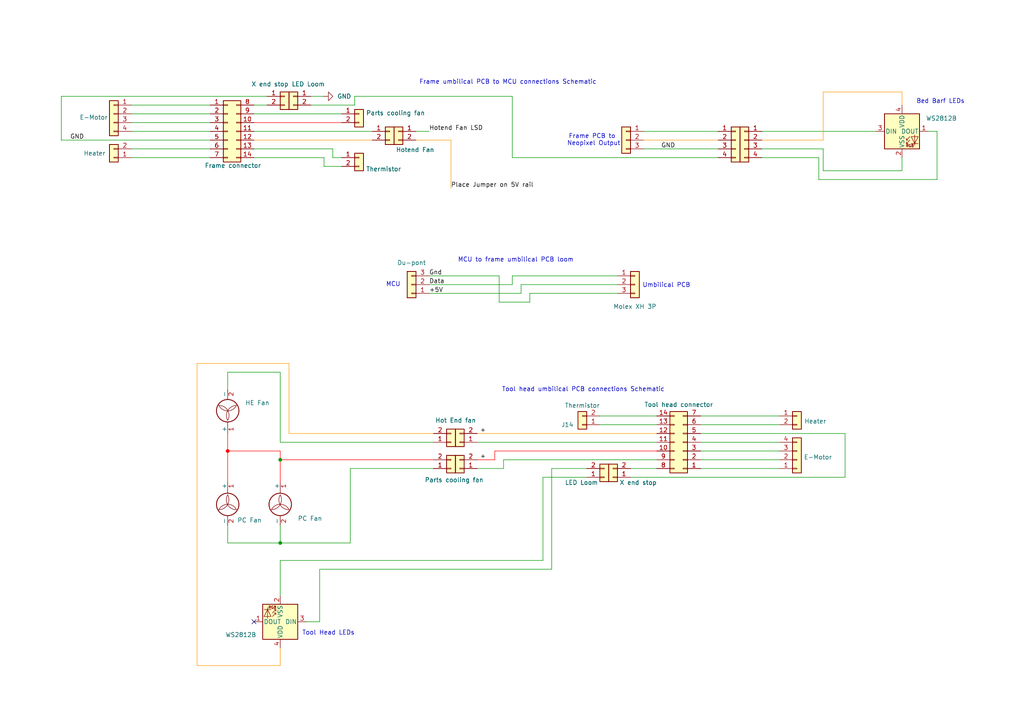
<source format=kicad_sch>
(kicad_sch (version 20250114) (generator "eeschema") (generator_version "9.0")
  (paper "A4")
  (title_block (title "V0.2 full LED install ") (date "2024-07-08") (rev "1V0") (company "LS-Labs") (comment 1 "Drawn: LOB") (comment 2 "Review: SP"))
  (lib_symbols
    (symbol "Connector_Generic:Conn_01x02" (pin_names (offset 1.016) (hide yes))
      (property "Reference" "J" (at 0 2.54 0))
      (property "Value" "Conn_01x02" (at 0 -5.08 0))
      (symbol "Conn_01x02_1_1"
        (rectangle (start -1.27 1.27) (end 1.27 -3.81) (stroke (width 0.254)) (fill (type background)))
        (rectangle (start -1.27 0.127) (end 0 -0.127) (stroke (width 0.1524)))
        (rectangle (start -1.27 -2.413) (end 0 -2.667) (stroke (width 0.1524)))
        (pin passive line (at -5.08 0 0) (length 3.81) (name "Pin_1") (number "1"))
        (pin passive line (at -5.08 -2.54 0) (length 3.81) (name "Pin_2") (number "2"))
      )
    )
    (symbol "Connector_Generic:Conn_01x03" (pin_names (offset 1.016) (hide yes))
      (property "Reference" "J" (at 0 5.08 0))
      (property "Value" "Conn_01x03" (at 0 -5.08 0))
      (symbol "Conn_01x03_1_1"
        (rectangle (start -1.27 3.81) (end 1.27 -3.81) (stroke (width 0.254)) (fill (type background)))
        (rectangle (start -1.27 2.667) (end 0 2.413) (stroke (width 0.1524)))
        (rectangle (start -1.27 0.127) (end 0 -0.127) (stroke (width 0.1524)))
        (rectangle (start -1.27 -2.413) (end 0 -2.667) (stroke (width 0.1524)))
        (pin passive line (at -5.08 2.54 0) (length 3.81) (name "Pin_1") (number "1"))
        (pin passive line (at -5.08 0 0) (length 3.81) (name "Pin_2") (number "2"))
        (pin passive line (at -5.08 -2.54 0) (length 3.81) (name "Pin_3") (number "3"))
      )
    )
    (symbol "Connector_Generic:Conn_01x04" (pin_names (offset 1.016) (hide yes))
      (property "Reference" "J" (at 0 5.08 0))
      (property "Value" "Conn_01x04" (at 0 -7.62 0))
      (symbol "Conn_01x04_1_1"
        (rectangle (start -1.27 3.81) (end 1.27 -6.35) (stroke (width 0.254)) (fill (type background)))
        (rectangle (start -1.27 2.667) (end 0 2.413) (stroke (width 0.1524)))
        (rectangle (start -1.27 0.127) (end 0 -0.127) (stroke (width 0.1524)))
        (rectangle (start -1.27 -2.413) (end 0 -2.667) (stroke (width 0.1524)))
        (rectangle (start -1.27 -4.953) (end 0 -5.207) (stroke (width 0.1524)))
        (pin passive line (at -5.08 2.54 0) (length 3.81) (name "Pin_1") (number "1"))
        (pin passive line (at -5.08 0 0) (length 3.81) (name "Pin_2") (number "2"))
        (pin passive line (at -5.08 -2.54 0) (length 3.81) (name "Pin_3") (number "3"))
        (pin passive line (at -5.08 -5.08 0) (length 3.81) (name "Pin_4") (number "4"))
      )
    )
    (symbol "Connector_Generic:Conn_02x07_Top_Bottom" (pin_names (offset 1.016) (hide yes))
      (property "Reference" "J" (at 1.27 10.16 0))
      (property "Value" "Conn_02x07_Top_Bottom" (at 1.27 -10.16 0))
      (symbol "Conn_02x07_Top_Bottom_1_1"
        (rectangle (start -1.27 8.89) (end 3.81 -8.89) (stroke (width 0.254)) (fill (type background)))
        (rectangle (start -1.27 7.747) (end 0 7.493) (stroke (width 0.1524)))
        (rectangle (start -1.27 5.207) (end 0 4.953) (stroke (width 0.1524)))
        (rectangle (start -1.27 2.667) (end 0 2.413) (stroke (width 0.1524)))
        (rectangle (start -1.27 0.127) (end 0 -0.127) (stroke (width 0.1524)))
        (rectangle (start -1.27 -2.413) (end 0 -2.667) (stroke (width 0.1524)))
        (rectangle (start -1.27 -4.953) (end 0 -5.207) (stroke (width 0.1524)))
        (rectangle (start -1.27 -7.493) (end 0 -7.747) (stroke (width 0.1524)))
        (rectangle (start 3.81 7.747) (end 2.54 7.493) (stroke (width 0.1524)))
        (rectangle (start 3.81 5.207) (end 2.54 4.953) (stroke (width 0.1524)))
        (rectangle (start 3.81 2.667) (end 2.54 2.413) (stroke (width 0.1524)))
        (rectangle (start 3.81 0.127) (end 2.54 -0.127) (stroke (width 0.1524)))
        (rectangle (start 3.81 -2.413) (end 2.54 -2.667) (stroke (width 0.1524)))
        (rectangle (start 3.81 -4.953) (end 2.54 -5.207) (stroke (width 0.1524)))
        (rectangle (start 3.81 -7.493) (end 2.54 -7.747) (stroke (width 0.1524)))
        (pin passive line (at -5.08 7.62 0) (length 3.81) (name "Pin_1") (number "1"))
        (pin passive line (at -5.08 5.08 0) (length 3.81) (name "Pin_2") (number "2"))
        (pin passive line (at -5.08 2.54 0) (length 3.81) (name "Pin_3") (number "3"))
        (pin passive line (at -5.08 0 0) (length 3.81) (name "Pin_4") (number "4"))
        (pin passive line (at -5.08 -2.54 0) (length 3.81) (name "Pin_5") (number "5"))
        (pin passive line (at -5.08 -5.08 0) (length 3.81) (name "Pin_6") (number "6"))
        (pin passive line (at -5.08 -7.62 0) (length 3.81) (name "Pin_7") (number "7"))
        (pin passive line (at 7.62 7.62 180) (length 3.81) (name "Pin_8") (number "8"))
        (pin passive line (at 7.62 5.08 180) (length 3.81) (name "Pin_9") (number "9"))
        (pin passive line (at 7.62 2.54 180) (length 3.81) (name "Pin_10") (number "10"))
        (pin passive line (at 7.62 0 180) (length 3.81) (name "Pin_11") (number "11"))
        (pin passive line (at 7.62 -2.54 180) (length 3.81) (name "Pin_12") (number "12"))
        (pin passive line (at 7.62 -5.08 180) (length 3.81) (name "Pin_13") (number "13"))
        (pin passive line (at 7.62 -7.62 180) (length 3.81) (name "Pin_14") (number "14"))
      )
    )
    (symbol "LED:WS2812B-2020" (pin_names (offset 0.254))
      (property "Reference" "D" (at 5.08 5.715 0))
      (property "Value" "WS2812B-2020" (at 1.27 -5.715 0))
      (symbol "WS2812B-2020_0_0"
        (text "RGB" (at 2.286 -4.191 0) (effects (font (size 0.762 0.762))))
      )
      (symbol "WS2812B-2020_0_1"
        (polyline (pts (xy 1.27 -2.54) (xy 1.778 -2.54)))
        (polyline (pts (xy 1.27 -3.556) (xy 1.778 -3.556)))
        (polyline (pts (xy 2.286 -1.524) (xy 1.27 -2.54) (xy 1.27 -2.032)))
        (polyline (pts (xy 2.286 -2.54) (xy 1.27 -3.556) (xy 1.27 -3.048)))
        (polyline (pts (xy 3.683 -1.016) (xy 3.683 -3.556) (xy 3.683 -4.064)))
        (polyline (pts (xy 4.699 -1.524) (xy 2.667 -1.524) (xy 3.683 -3.556) (xy 4.699 -1.524)))
        (polyline (pts (xy 4.699 -3.556) (xy 2.667 -3.556)))
        (rectangle (start 5.08 5.08) (end -5.08 -5.08) (stroke (width 0.254)) (fill (type background)))
      )
      (symbol "WS2812B-2020_1_1"
        (pin input line (at -7.62 0 0) (length 2.54) (name "DIN") (number "3"))
        (pin power_in line (at 0 7.62 270) (length 2.54) (name "VDD") (number "4"))
        (pin power_in line (at 0 -7.62 90) (length 2.54) (name "VSS") (number "2"))
        (pin output line (at 7.62 0 180) (length 2.54) (name "DOUT") (number "1"))
      )
    )
    (symbol "Motor:Fan" (pin_names (offset 0))
      (property "Reference" "M" (at 2.54 5.08 0))
      (property "Value" "Fan" (at 2.54 -2.54 0))
      (symbol "Fan_0_1"
        (arc (start 0 3.81) (mid -0.0015 0.9048) (end -2.54 -0.508))
        (polyline (pts (xy 0 4.572) (xy 0 5.08)))
        (polyline (pts (xy 0 4.2672) (xy 0 4.6228)))
        (circle (center 0 1.016) (radius 3.2512) (stroke (width 0.254)))
        (arc (start -2.54 -0.508) (mid 0 1.0618) (end 2.54 -0.508))
        (polyline (pts (xy 0 -2.2352) (xy 0 -2.6416)))
        (polyline (pts (xy 0 -5.08) (xy 0 -4.572)))
        (arc (start 2.54 -0.508) (mid 0.047 0.9315) (end 0 3.81))
      )
      (symbol "Fan_1_1"
        (pin passive line (at 0 7.62 270) (length 2.54) (name "+") (number "1"))
        (pin passive line (at 0 -5.08 90) (length 2.54) (name "-") (number "2"))
      )
    )
    (symbol "power:GND" (power) (pin_numbers (hide yes)) (pin_names (offset 0) (hide yes))
      (property "Value" "GND" (at 0 -3.81 0))
      (symbol "GND_0_1"
        (polyline (pts (xy 0 0) (xy 0 -1.27) (xy 1.27 -1.27) (xy 0 -2.54) (xy -1.27 -1.27) (xy 0 -1.27)))
      )
      (symbol "GND_1_1"
        (pin power_in line (at 0 0 270) (length 0) (name "~") (number "1"))
      )
    )
  )
  (text "MCU to frame umbilical PCB loom" (at 149.606 75.438 0) (effects (font (size 1.27 1.27))))
  (text "MCU" (at 114.046 82.55 0) (effects (font (size 1.27 1.27))))
  (text "Tool head umbilical PCB connections Schematic" (at 169.164 113.03 0) (effects (font (size 1.27 1.27))))
  (text "Umbilical PCB" (at 193.294 82.804 0) (effects (font (size 1.27 1.27))))
  (text "Frame PCB to \nNeopixel Output" (at 172.212 40.64 0) (effects (font (size 1.27 1.27))))
  (text "Frame umbilical PCB to MCU connections Schematic" (at 147.32 23.876 0) (effects (font (size 1.27 1.27))))
  (text "Tool Head LEDs" (at 95.25 183.642 0) (effects (font (size 1.27 1.27))))
  (text "Bed Barf LEDs" (at 272.796 29.464 0) (effects (font (size 1.27 1.27))))
  (junction (at 66.04 130.81) (color 255 0 0 1))
  (junction (at 81.28 133.35))
  (junction (at 81.28 157.48))
  (no_connect (at 73.66 180.34))
  (wire (pts (xy 38.1 35.56) (xy 60.96 35.56)))
  (wire (pts (xy 220.98 45.72) (xy 237.49 45.72)))
  (wire (pts (xy 81.28 133.35) (xy 81.28 139.7)) (stroke (width 0) (color 255 0 0 1)))
  (wire (pts (xy 190.5 128.27) (xy 138.43 128.27)))
  (wire (pts (xy 96.52 45.72) (xy 96.52 43.18)))
  (wire (pts (xy 125.73 135.89) (xy 101.6 135.89)))
  (wire (pts (xy 81.28 193.04) (xy 81.28 187.96)) (stroke (width 0) (color 255 153 0 1)))
  (wire (pts (xy 226.06 128.27) (xy 203.2 128.27)))
  (wire (pts (xy 38.1 30.48) (xy 60.96 30.48)))
  (wire (pts (xy 57.15 105.41) (xy 57.15 193.04)) (stroke (width 0) (color 255 153 0 1)))
  (wire (pts (xy 66.04 130.81) (xy 66.04 125.73)) (stroke (width 0) (color 255 0 0 1)))
  (wire (pts (xy 81.28 130.81) (xy 81.28 133.35)) (stroke (width 0) (color 255 0 0 1)))
  (wire (pts (xy 226.06 130.81) (xy 203.2 130.81)))
  (wire (pts (xy 220.98 43.18) (xy 238.76 43.18)))
  (wire (pts (xy 83.82 125.73) (xy 83.82 105.41)) (stroke (width 0) (color 255 153 0 1)))
  (wire (pts (xy 125.73 133.35) (xy 81.28 133.35)) (stroke (width 0) (color 255 0 0 1)))
  (wire (pts (xy 102.87 30.48) (xy 102.87 27.94)))
  (wire (pts (xy 17.78 40.64) (xy 17.78 27.94)))
  (wire (pts (xy 90.17 27.94) (xy 93.98 27.94)))
  (wire (pts (xy 186.69 43.18) (xy 208.28 43.18)))
  (wire (pts (xy 160.02 165.1) (xy 160.02 135.89)))
  (wire (pts (xy 245.11 138.43) (xy 245.11 125.73)))
  (wire (pts (xy 148.59 27.94) (xy 148.59 45.72)))
  (wire (pts (xy 66.04 139.7) (xy 66.04 130.81)) (stroke (width 0) (color 255 0 0 1)))
  (wire (pts (xy 73.66 35.56) (xy 99.06 35.56)) (stroke (width 0) (color 255 0 0 1)))
  (wire (pts (xy 220.98 40.64) (xy 238.76 40.64)) (stroke (width 0) (color 255 153 0 1)))
  (wire (pts (xy 66.04 107.95) (xy 81.28 107.95)))
  (wire (pts (xy 245.11 125.73) (xy 203.2 125.73)))
  (wire (pts (xy 238.76 40.64) (xy 238.76 26.67)) (stroke (width 0) (color 255 153 0 1)))
  (wire (pts (xy 124.46 82.55) (xy 148.59 82.55)))
  (wire (pts (xy 90.17 30.48) (xy 102.87 30.48)))
  (wire (pts (xy 160.02 135.89) (xy 170.18 135.89)))
  (wire (pts (xy 170.18 138.43) (xy 157.48 138.43)))
  (wire (pts (xy 38.1 33.02) (xy 60.96 33.02)))
  (wire (pts (xy 237.49 52.07) (xy 271.78 52.07)))
  (wire (pts (xy 143.51 133.35) (xy 143.51 130.81)) (stroke (width 0) (color 255 0 0 1)))
  (wire (pts (xy 73.66 30.48) (xy 77.47 30.48)))
  (wire (pts (xy 186.69 38.1) (xy 208.28 38.1)))
  (wire (pts (xy 146.05 135.89) (xy 138.43 135.89)))
  (wire (pts (xy 271.78 38.1) (xy 269.24 38.1)))
  (wire (pts (xy 190.5 135.89) (xy 182.88 135.89)))
  (wire (pts (xy 226.06 120.65) (xy 203.2 120.65)))
  (wire (pts (xy 190.5 120.65) (xy 173.99 120.65)))
  (wire (pts (xy 73.66 40.64) (xy 107.95 40.64)) (stroke (width 0) (color 255 153 0 1)))
  (wire (pts (xy 38.1 38.1) (xy 60.96 38.1)))
  (wire (pts (xy 124.46 80.01) (xy 144.78 80.01)))
  (wire (pts (xy 226.06 123.19) (xy 203.2 123.19)))
  (wire (pts (xy 57.15 193.04) (xy 81.28 193.04)) (stroke (width 0) (color 255 153 0 1)))
  (wire (pts (xy 73.66 38.1) (xy 107.95 38.1)))
  (wire (pts (xy 101.6 157.48) (xy 81.28 157.48)))
  (wire (pts (xy 182.88 138.43) (xy 245.11 138.43)))
  (wire (pts (xy 144.78 87.63) (xy 153.67 87.63)))
  (wire (pts (xy 81.28 172.72) (xy 81.28 162.56)))
  (wire (pts (xy 238.76 26.67) (xy 261.62 26.67)) (stroke (width 0) (color 255 153 0 1)))
  (wire (pts (xy 93.98 45.72) (xy 73.66 45.72)))
  (wire (pts (xy 226.06 135.89) (xy 203.2 135.89)))
  (wire (pts (xy 238.76 43.18) (xy 238.76 49.53)))
  (wire (pts (xy 130.81 40.64) (xy 130.81 54.61)) (stroke (width 0) (color 255 153 0 1)))
  (wire (pts (xy 146.05 133.35) (xy 190.5 133.35)))
  (wire (pts (xy 153.67 85.09) (xy 179.07 85.09)))
  (wire (pts (xy 81.28 107.95) (xy 81.28 128.27)))
  (wire (pts (xy 92.71 180.34) (xy 88.9 180.34)))
  (wire (pts (xy 186.69 40.64) (xy 208.28 40.64)) (stroke (width 0) (color 255 153 0 1)))
  (wire (pts (xy 151.13 82.55) (xy 151.13 85.09)))
  (wire (pts (xy 153.67 85.09) (xy 153.67 87.63)))
  (wire (pts (xy 157.48 138.43) (xy 157.48 162.56)))
  (wire (pts (xy 38.1 45.72) (xy 60.96 45.72)))
  (wire (pts (xy 144.78 80.01) (xy 144.78 87.63)))
  (wire (pts (xy 81.28 162.56) (xy 157.48 162.56)))
  (wire (pts (xy 60.96 40.64) (xy 17.78 40.64)))
  (wire (pts (xy 96.52 43.18) (xy 73.66 43.18)))
  (wire (pts (xy 146.05 135.89) (xy 146.05 133.35)))
  (wire (pts (xy 148.59 80.01) (xy 179.07 80.01)))
  (wire (pts (xy 81.28 157.48) (xy 81.28 152.4)))
  (wire (pts (xy 261.62 49.53) (xy 261.62 45.72)))
  (wire (pts (xy 160.02 165.1) (xy 92.71 165.1)))
  (wire (pts (xy 261.62 26.67) (xy 261.62 30.48)) (stroke (width 0) (color 255 153 0 1)))
  (wire (pts (xy 66.04 130.81) (xy 81.28 130.81)) (stroke (width 0) (color 255 0 0 1)))
  (wire (pts (xy 66.04 113.03) (xy 66.04 107.95)))
  (wire (pts (xy 125.73 125.73) (xy 83.82 125.73)) (stroke (width 0) (color 255 153 0 1)))
  (wire (pts (xy 73.66 33.02) (xy 99.06 33.02)))
  (wire (pts (xy 81.28 128.27) (xy 125.73 128.27)))
  (wire (pts (xy 190.5 123.19) (xy 173.99 123.19)))
  (wire (pts (xy 93.98 48.26) (xy 99.06 48.26)))
  (wire (pts (xy 101.6 135.89) (xy 101.6 157.48)))
  (wire (pts (xy 226.06 133.35) (xy 203.2 133.35)))
  (wire (pts (xy 148.59 45.72) (xy 208.28 45.72)))
  (wire (pts (xy 237.49 45.72) (xy 237.49 52.07)))
  (wire (pts (xy 81.28 157.48) (xy 66.04 157.48)))
  (wire (pts (xy 190.5 125.73) (xy 138.43 125.73)) (stroke (width 0) (color 255 153 0 1)))
  (wire (pts (xy 17.78 27.94) (xy 77.47 27.94)))
  (wire (pts (xy 102.87 27.94) (xy 148.59 27.94)))
  (wire (pts (xy 83.82 105.41) (xy 57.15 105.41)) (stroke (width 0) (color 255 153 0 1)))
  (wire (pts (xy 151.13 82.55) (xy 179.07 82.55)))
  (wire (pts (xy 124.46 85.09) (xy 151.13 85.09)))
  (wire (pts (xy 92.71 165.1) (xy 92.71 180.34)))
  (wire (pts (xy 143.51 130.81) (xy 190.5 130.81)) (stroke (width 0) (color 255 0 0 1)))
  (wire (pts (xy 143.51 133.35) (xy 138.43 133.35)) (stroke (width 0) (color 255 0 0 1)))
  (wire (pts (xy 38.1 43.18) (xy 60.96 43.18)))
  (wire (pts (xy 220.98 38.1) (xy 254 38.1)))
  (wire (pts (xy 148.59 80.01) (xy 148.59 82.55)))
  (wire (pts (xy 120.65 38.1) (xy 124.46 38.1)))
  (wire (pts (xy 238.76 49.53) (xy 261.62 49.53)))
  (wire (pts (xy 96.52 45.72) (xy 99.06 45.72)))
  (wire (pts (xy 271.78 52.07) (xy 271.78 38.1)))
  (wire (pts (xy 66.04 157.48) (xy 66.04 152.4)))
  (wire (pts (xy 120.65 40.64) (xy 130.81 40.64)) (stroke (width 0) (color 255 153 0 1)))
  (wire (pts (xy 93.98 48.26) (xy 93.98 45.72)))
  (label "GND" (at 20.32 40.64 0))
  (label "Data" (at 124.46 82.55 0))
  (label "+" (at 140.97 125.73 180))
  (label "Hotend Fan LSD " (at 124.46 38.1 0))
  (label "+" (at 140.97 133.35 180))
  (label "GND" (at 191.77 43.18 0))
  (label "+5V" (at 124.46 85.09 0))
  (label "Place Jumper on 5V rail" (at 130.81 54.61 0))
  (label "Gnd" (at 124.46 80.01 0))
  (symbol (lib_id "Connector_Generic:Conn_02x07_Top_Bottom") (at 66.04 38.1 0) (unit 1)
    (property "Reference" "J1" (effects (hide yes)))
    (property "Value" "Frame connector" (at 67.564 48.006 0))
    (property "Description" "Generic connector, double row, 02x07, top/bottom pin numbering scheme (row 1: 1...pins_per_row, row2: pins_per_row+1 ... num_pins), script generated (kicad-library-utils/schlib/autogen/connector/)" (effects (hide yes)))
  )
  (symbol (lib_id "Connector_Generic:Conn_01x04") (at 231.14 133.35 0) (mirror x) (unit 1)
    (property "Reference" "J8" (effects (hide yes)))
    (property "Value" "E-Motor" (at 237.236 132.588 0))
    (property "Description" "Generic connector, single row, 01x04, script generated (kicad-library-utils/schlib/autogen/connector/)" (effects (hide yes)))
  )
  (symbol (lib_id "Connector_Generic:Conn_02x07_Top_Bottom") (at 198.12 128.27 180) (unit 1)
    (property "Reference" "J10" (effects (hide yes)))
    (property "Value" "Tool head connector" (at 196.85 117.348 0))
    (property "Description" "Generic connector, double row, 02x07, top/bottom pin numbering scheme (row 1: 1...pins_per_row, row2: pins_per_row+1 ... num_pins), script generated (kicad-library-utils/schlib/autogen/connector/)" (effects (hide yes)))
  )
  (symbol (lib_id "Connector_Generic:Conn_01x02") (at 168.91 123.19 180) (unit 1)
    (property "Reference" "J14" (at 166.37 123.1901 0) (effects (justify left)))
    (property "Value" "Thermistor" (at 173.99 117.602 0) (effects (justify left)))
    (property "Description" "Generic connector, single row, 01x02, script generated (kicad-library-utils/schlib/autogen/connector/)" (effects (hide yes)))
  )
  (symbol (lib_id "Connector_Generic:Conn_01x03") (at 184.15 82.55 0) (unit 1)
    (property "Reference" "J24" (effects (hide yes)))
    (property "Value" "Molex XH 3P" (at 184.15 88.9 0))
    (property "Description" "Generic connector, single row, 01x03, script generated (kicad-library-utils/schlib/autogen/connector/)" (effects (hide yes)))
  )
  (symbol (lib_id "power:GND") (at 93.98 27.94 90) (unit 1)
    (property "Reference" "#PWR03" (effects (hide yes)))
    (property "Value" "GND" (at 97.79 27.9399 90) (effects (justify right)))
    (property "Description" "Power symbol creates a global label with name \"GND\" , ground" (effects (hide yes)))
  )
  (symbol (lib_id "Connector_Generic:Conn_01x02") (at 130.81 128.27 0) (mirror x) (unit 1)
    (property "Reference" "J16" (effects (hide yes)))
    (property "Value" "Hot End fan" (at 126.238 121.92 0) (effects (justify left)))
    (property "Description" "Generic connector, single row, 01x02, script generated (kicad-library-utils/schlib/autogen/connector/)" (effects (hide yes)))
  )
  (symbol (lib_id "Connector_Generic:Conn_01x02") (at 82.55 27.94 0) (unit 1)
    (property "Reference" "J2" (effects (hide yes)))
    (property "Value" "X end stop" (at 72.898 24.384 0) (effects (justify left)))
    (property "Description" "Generic connector, single row, 01x02, script generated (kicad-library-utils/schlib/autogen/connector/)" (effects (hide yes)))
  )
  (symbol (lib_id "Motor:Fan") (at 66.04 118.11 0) (mirror x) (unit 1)
    (property "Reference" "M3" (effects (hide yes)))
    (property "Value" "HE Fan" (at 71.12 116.8401 0) (effects (justify left)))
    (property "Description" "Fan" (effects (hide yes)))
  )
  (symbol (lib_id "Connector_Generic:Conn_01x02") (at 175.26 138.43 0) (mirror x) (unit 1)
    (property "Reference" "J17" (effects (hide yes)))
    (property "Value" "LED Loom" (at 163.83 139.954 0) (effects (justify left)))
    (property "Description" "Generic connector, single row, 01x02, script generated (kicad-library-utils/schlib/autogen/connector/)" (effects (hide yes)))
  )
  (symbol (lib_id "Connector_Generic:Conn_01x03") (at 181.61 40.64 0) (mirror y) (unit 1)
    (property "Reference" "J20" (effects (hide yes)))
    (property "Value" "Conn_01x03" (effects (hide yes)))
    (property "Description" "Generic connector, single row, 01x03, script generated (kicad-library-utils/schlib/autogen/connector/)" (effects (hide yes)))
  )
  (symbol (lib_id "Connector_Generic:Conn_01x04") (at 33.02 33.02 0) (mirror y) (unit 1)
    (property "Reference" "J7" (effects (hide yes)))
    (property "Value" "E-Motor" (at 27.178 34.036 0))
    (property "Description" "Generic connector, single row, 01x04, script generated (kicad-library-utils/schlib/autogen/connector/)" (effects (hide yes)))
  )
  (symbol (lib_id "LED:WS2812B-2020") (at 81.28 180.34 180) (unit 1)
    (property "Reference" "D1" (effects (hide yes)))
    (property "Value" "WS2812B" (at 69.85 184.1186 0))
    (property "Footprint" "LED_SMD:LED_WS2812B-2020_PLCC4_2.0x2.0mm" (effects (hide yes)))
    (property "Datasheet" "https://cdn-shop.adafruit.com/product-files/4684/4684_WS2812B-2020_V1.3_EN.pdf" (effects (hide yes)))
    (property "Description" "RGB LED with integrated controller, 2.0 x 2.0 mm, 12 mA" (effects (hide yes)))
  )
  (symbol (lib_id "Connector_Generic:Conn_01x02") (at 231.14 120.65 0) (unit 1)
    (property "Reference" "J9" (effects (hide yes)))
    (property "Value" "Heater" (at 236.474 122.174 0))
    (property "Description" "Generic connector, single row, 01x02, script generated (kicad-library-utils/schlib/autogen/connector/)" (effects (hide yes)))
  )
  (symbol (lib_id "Connector_Generic:Conn_01x02") (at 33.02 45.72 180) (unit 1)
    (property "Reference" "J6" (effects (hide yes)))
    (property "Value" "Heater" (at 27.432 44.45 0))
    (property "Description" "Generic connector, single row, 01x02, script generated (kicad-library-utils/schlib/autogen/connector/)" (effects (hide yes)))
  )
  (symbol (lib_id "Connector_Generic:Conn_01x02") (at 104.14 45.72 0) (unit 1)
    (property "Reference" "J5" (effects (hide yes)))
    (property "Value" "Thermistor" (at 106.172 49.022 0) (effects (justify left)))
    (property "Description" "Generic connector, single row, 01x02, script generated (kicad-library-utils/schlib/autogen/connector/)" (effects (hide yes)))
  )
  (symbol (lib_id "Connector_Generic:Conn_01x02") (at 115.57 38.1 0) (mirror y) (unit 1)
    (property "Reference" "J22" (effects (hide yes)))
    (property "Value" "Hotend Fan" (at 125.984 43.434 0) (effects (justify left)))
    (property "Description" "Generic connector, single row, 01x02, script generated (kicad-library-utils/schlib/autogen/connector/)" (effects (hide yes)))
  )
  (symbol (lib_id "Connector_Generic:Conn_01x02") (at 133.35 135.89 180) (unit 1)
    (property "Reference" "J12" (effects (hide yes)))
    (property "Value" "Parts cooling fan" (effects (hide yes)))
    (property "Description" "Generic connector, single row, 01x02, script generated (kicad-library-utils/schlib/autogen/connector/)" (effects (hide yes)))
  )
  (symbol (lib_id "Connector_Generic:Conn_01x03") (at 119.38 82.55 180) (unit 1)
    (property "Reference" "J23" (effects (hide yes)))
    (property "Value" "Du-pont" (at 119.38 76.2 0))
    (property "Description" "Generic connector, single row, 01x03, script generated (kicad-library-utils/schlib/autogen/connector/)" (effects (hide yes)))
  )
  (symbol (lib_id "Connector_Generic:Conn_01x04") (at 213.36 40.64 0) (unit 1)
    (property "Reference" "J19" (effects (hide yes)))
    (property "Value" "Motor" (effects (hide yes)))
    (property "Description" "Generic connector, single row, 01x04, script generated (kicad-library-utils/schlib/autogen/connector/)" (effects (hide yes)))
  )
  (symbol (lib_id "Connector_Generic:Conn_01x02") (at 133.35 128.27 180) (unit 1)
    (property "Reference" "J13" (effects (hide yes)))
    (property "Value" "Hotend Fan" (effects (hide yes)))
    (property "Description" "Generic connector, single row, 01x02, script generated (kicad-library-utils/schlib/autogen/connector/)" (effects (hide yes)))
  )
  (symbol (lib_id "Connector_Generic:Conn_01x02") (at 177.8 138.43 180) (unit 1)
    (property "Reference" "J11" (effects (hide yes)))
    (property "Value" "X end stop" (at 190.5 139.954 0) (effects (justify left)))
    (property "Description" "Generic connector, single row, 01x02, script generated (kicad-library-utils/schlib/autogen/connector/)" (effects (hide yes)))
  )
  (symbol (lib_id "Connector_Generic:Conn_01x04") (at 215.9 40.64 0) (mirror y) (unit 1)
    (property "Reference" "J18" (effects (hide yes)))
    (property "Value" "Motor" (effects (hide yes)))
    (property "Description" "Generic connector, single row, 01x04, script generated (kicad-library-utils/schlib/autogen/connector/)" (effects (hide yes)))
  )
  (symbol (lib_id "Motor:Fan") (at 81.28 147.32 0) (mirror y) (unit 1)
    (property "Reference" "M1" (effects (hide yes)))
    (property "Value" "PC Fan" (at 93.472 150.368 0) (effects (justify left)))
    (property "Description" "Fan" (effects (hide yes)))
  )
  (symbol (lib_id "Connector_Generic:Conn_01x02") (at 130.81 135.89 0) (mirror x) (unit 1)
    (property "Reference" "J15" (effects (hide yes)))
    (property "Value" "Parts cooling fan" (at 123.19 139.192 0) (effects (justify left)))
    (property "Description" "Generic connector, single row, 01x02, script generated (kicad-library-utils/schlib/autogen/connector/)" (effects (hide yes)))
  )
  (symbol (lib_id "Connector_Generic:Conn_01x02") (at 104.14 33.02 0) (unit 1)
    (property "Reference" "J3" (effects (hide yes)))
    (property "Value" "Parts cooling fan" (at 106.172 32.766 0) (effects (justify left)))
    (property "Description" "Generic connector, single row, 01x02, script generated (kicad-library-utils/schlib/autogen/connector/)" (effects (hide yes)))
  )
  (symbol (lib_id "Motor:Fan") (at 66.04 147.32 0) (mirror y) (unit 1)
    (property "Reference" "M2" (effects (hide yes)))
    (property "Value" "PC Fan" (at 75.946 150.876 0) (effects (justify left)))
    (property "Description" "Fan" (effects (hide yes)))
  )
  (symbol (lib_id "Connector_Generic:Conn_01x02") (at 85.09 27.94 0) (mirror y) (unit 1)
    (property "Reference" "J21" (effects (hide yes)))
    (property "Value" "LED Loom" (at 94.234 24.384 0) (effects (justify left)))
    (property "Description" "Generic connector, single row, 01x02, script generated (kicad-library-utils/schlib/autogen/connector/)" (effects (hide yes)))
  )
  (symbol (lib_id "Connector_Generic:Conn_01x02") (at 113.03 38.1 0) (unit 1)
    (property "Reference" "J4" (effects (hide yes)))
    (property "Value" "Hotend Fan/5v" (effects (hide yes)))
    (property "Description" "Generic connector, single row, 01x02, script generated (kicad-library-utils/schlib/autogen/connector/)" (effects (hide yes)))
  )
  (symbol (lib_id "LED:WS2812B-2020") (at 261.62 38.1 0) (unit 1)
    (property "Reference" "D2" (effects (hide yes)))
    (property "Value" "WS2812B" (at 273.05 34.3214 0))
    (property "Footprint" "LED_SMD:LED_WS2812B-2020_PLCC4_2.0x2.0mm" (effects (hide yes)))
    (property "Datasheet" "https://cdn-shop.adafruit.com/product-files/4684/4684_WS2812B-2020_V1.3_EN.pdf" (effects (hide yes)))
    (property "Description" "RGB LED with integrated controller, 2.0 x 2.0 mm, 12 mA" (effects (hide yes)))
  )
)
</source>
